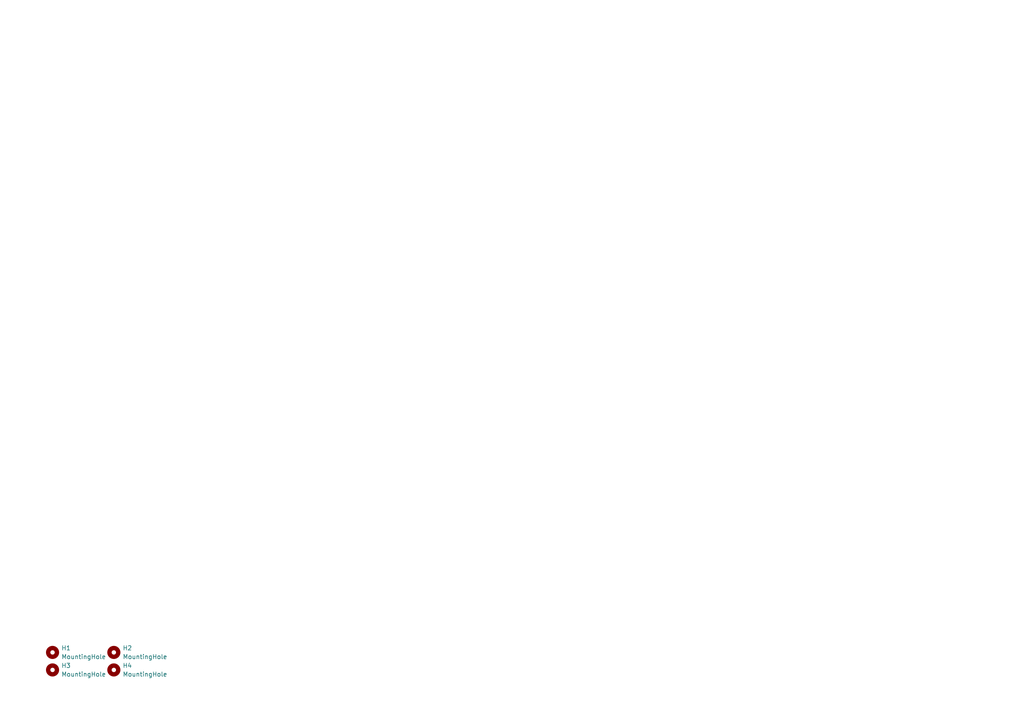
<source format=kicad_sch>
(kicad_sch (version 20211123) (generator eeschema)

  (uuid eba790c7-f066-4d2c-8a4d-822cd5a7c1a4)

  (paper "A4")

  (lib_symbols
    (symbol "Mechanical:MountingHole" (pin_names (offset 1.016)) (in_bom yes) (on_board yes)
      (property "Reference" "H" (id 0) (at 0 5.08 0)
        (effects (font (size 1.27 1.27)))
      )
      (property "Value" "MountingHole" (id 1) (at 0 3.175 0)
        (effects (font (size 1.27 1.27)))
      )
      (property "Footprint" "" (id 2) (at 0 0 0)
        (effects (font (size 1.27 1.27)) hide)
      )
      (property "Datasheet" "~" (id 3) (at 0 0 0)
        (effects (font (size 1.27 1.27)) hide)
      )
      (property "ki_keywords" "mounting hole" (id 4) (at 0 0 0)
        (effects (font (size 1.27 1.27)) hide)
      )
      (property "ki_description" "Mounting Hole without connection" (id 5) (at 0 0 0)
        (effects (font (size 1.27 1.27)) hide)
      )
      (property "ki_fp_filters" "MountingHole*" (id 6) (at 0 0 0)
        (effects (font (size 1.27 1.27)) hide)
      )
      (symbol "MountingHole_0_1"
        (circle (center 0 0) (radius 1.27)
          (stroke (width 1.27) (type default) (color 0 0 0 0))
          (fill (type none))
        )
      )
    )
  )


  (symbol (lib_id "Mechanical:MountingHole") (at 15.24 194.31 0) (unit 1)
    (in_bom yes) (on_board yes) (fields_autoplaced)
    (uuid 26843c40-fe63-4774-8183-325cd9e4135e)
    (property "Reference" "H3" (id 0) (at 17.78 193.0399 0)
      (effects (font (size 1.27 1.27)) (justify left))
    )
    (property "Value" "MountingHole" (id 1) (at 17.78 195.5799 0)
      (effects (font (size 1.27 1.27)) (justify left))
    )
    (property "Footprint" "MountingHole:MountingHole_2.7mm_M2.5_ISO14580_Pad_TopBottom" (id 2) (at 15.24 194.31 0)
      (effects (font (size 1.27 1.27)) hide)
    )
    (property "Datasheet" "~" (id 3) (at 15.24 194.31 0)
      (effects (font (size 1.27 1.27)) hide)
    )
  )

  (symbol (lib_id "Mechanical:MountingHole") (at 15.24 189.23 0) (unit 1)
    (in_bom yes) (on_board yes) (fields_autoplaced)
    (uuid 733bbbb4-f56e-4b05-b26f-6da9643ec97c)
    (property "Reference" "H1" (id 0) (at 17.78 187.9599 0)
      (effects (font (size 1.27 1.27)) (justify left))
    )
    (property "Value" "MountingHole" (id 1) (at 17.78 190.4999 0)
      (effects (font (size 1.27 1.27)) (justify left))
    )
    (property "Footprint" "MountingHole:MountingHole_2.7mm_M2.5_ISO14580_Pad_TopBottom" (id 2) (at 15.24 189.23 0)
      (effects (font (size 1.27 1.27)) hide)
    )
    (property "Datasheet" "~" (id 3) (at 15.24 189.23 0)
      (effects (font (size 1.27 1.27)) hide)
    )
  )

  (symbol (lib_id "Mechanical:MountingHole") (at 33.02 194.31 0) (unit 1)
    (in_bom yes) (on_board yes) (fields_autoplaced)
    (uuid 96f61d06-d2b3-4d82-a104-210ccd621e4a)
    (property "Reference" "H4" (id 0) (at 35.56 193.0399 0)
      (effects (font (size 1.27 1.27)) (justify left))
    )
    (property "Value" "MountingHole" (id 1) (at 35.56 195.5799 0)
      (effects (font (size 1.27 1.27)) (justify left))
    )
    (property "Footprint" "MountingHole:MountingHole_2.7mm_M2.5_ISO14580_Pad_TopBottom" (id 2) (at 33.02 194.31 0)
      (effects (font (size 1.27 1.27)) hide)
    )
    (property "Datasheet" "~" (id 3) (at 33.02 194.31 0)
      (effects (font (size 1.27 1.27)) hide)
    )
  )

  (symbol (lib_id "Mechanical:MountingHole") (at 33.02 189.23 0) (unit 1)
    (in_bom yes) (on_board yes) (fields_autoplaced)
    (uuid f8396270-5aa9-48fc-b0d6-d0a1c305df6e)
    (property "Reference" "H2" (id 0) (at 35.56 187.9599 0)
      (effects (font (size 1.27 1.27)) (justify left))
    )
    (property "Value" "MountingHole" (id 1) (at 35.56 190.4999 0)
      (effects (font (size 1.27 1.27)) (justify left))
    )
    (property "Footprint" "MountingHole:MountingHole_2.7mm_M2.5_ISO14580_Pad_TopBottom" (id 2) (at 33.02 189.23 0)
      (effects (font (size 1.27 1.27)) hide)
    )
    (property "Datasheet" "~" (id 3) (at 33.02 189.23 0)
      (effects (font (size 1.27 1.27)) hide)
    )
  )

  (sheet_instances
    (path "/" (page "1"))
  )

  (symbol_instances
    (path "/733bbbb4-f56e-4b05-b26f-6da9643ec97c"
      (reference "H1") (unit 1) (value "MountingHole") (footprint "MountingHole:MountingHole_2.7mm_M2.5_ISO14580_Pad_TopBottom")
    )
    (path "/f8396270-5aa9-48fc-b0d6-d0a1c305df6e"
      (reference "H2") (unit 1) (value "MountingHole") (footprint "MountingHole:MountingHole_2.7mm_M2.5_ISO14580_Pad_TopBottom")
    )
    (path "/26843c40-fe63-4774-8183-325cd9e4135e"
      (reference "H3") (unit 1) (value "MountingHole") (footprint "MountingHole:MountingHole_2.7mm_M2.5_ISO14580_Pad_TopBottom")
    )
    (path "/96f61d06-d2b3-4d82-a104-210ccd621e4a"
      (reference "H4") (unit 1) (value "MountingHole") (footprint "MountingHole:MountingHole_2.7mm_M2.5_ISO14580_Pad_TopBottom")
    )
  )
)

</source>
